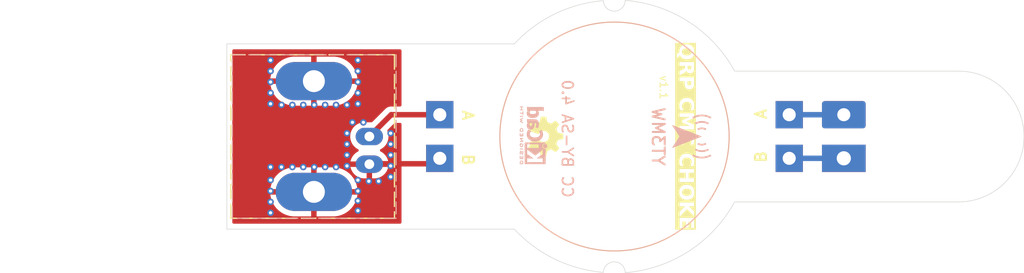
<source format=kicad_pcb>
(kicad_pcb (version 20241229) (generator "pcbnew") (generator_version "9.0")
  (layers (0 "F.Cu" signal) (2 "B.Cu" signal) (13 "F.Paste" user) (15 "B.Paste" user) (5 "F.SilkS" user "F.Silkscreen") (7 "B.SilkS" user "B.Silkscreen") (1 "F.Mask" user) (3 "B.Mask" user) (25 "Edge.Cuts" user))
  (net 0 "")
  (net 1 "GND")
  (net 2 "Net-(C1-In)")
  (net 3 "Net-(COAX1-Pin_1)")
  (net 4 "Net-(F2-Pin_1)")
  (footprint "" (layer "F.Cu") (at 172.5 88)
    (property "Reference" "" (at -1.5 1 0) (layer "F.SilkS") (effects (font (size 1.27 1.27))))
    (property "Value" "")
    (pad "" np_thru_hole circle (at 0 0) (size 2.5 2.5) (drill 2.5) (layers "*.Cu" "*.Mask"))
  )
  (footprint "TestPoint:TestPoint_THTPad_2.5x2.5mm_Drill1.2mm" (layer "F.Cu") (at 163 93)
    (property "Reference" "J4" (hide yes))
    (property "Value" "Conn_01x01_Pin" (hide yes))
    (pad "1" thru_hole rect (at 0 0) (size 2.5 2.5) (drill 1.2) (layers "*.Cu" "*.Mask") (net 3 "Net-(COAX1-Pin_1)"))
  )
  (footprint "" (layer "F.Cu") (at 180.5 94)
    (property "Reference" "" (at 0 0 0) (layer "F.SilkS") (effects (font (size 1.27 1.27))))
    (property "Value" "")
    (pad "" np_thru_hole circle (at 0 0) (size 2.5 2.5) (drill 2.5) (layers "*.Cu" "*.Mask"))
  )
  (footprint "" (layer "F.Cu") (at 176.5 94)
    (property "Reference" "" (at 0 0 0) (layer "F.SilkS") (effects (font (size 1.27 1.27))))
    (property "Value" "")
    (pad "" np_thru_hole circle (at 0 0) (size 2.5 2.5) (drill 2.5) (layers "*.Cu" "*.Mask"))
  )
  (footprint "Connector_Coaxial:BNC_Amphenol_B6252HB-NPP3G-50_Horizontal" (layer "F.Cu") (at 124.55 91 90)
    (property "Reference" "C1" (hide yes))
    (property "Value" "BNC_CONN" (hide yes))
    (pad "1" thru_hole oval (at 0 0 90) (size 1.6 2.5) (drill 0.89) (layers "*.Cu" "*.Mask") (net 2 "Net-(C1-In)"))
    (pad "2" thru_hole oval (at -5.08 -5.08 90) (size 3.5 7) (drill 2.01) (layers "*.Cu" "*.Mask") (net 1 "GND"))
    (pad "2" thru_hole oval (at -2.54 0 90) (size 1.6 2.5) (drill 0.89) (layers "*.Cu" "*.Mask") (net 1 "GND"))
    (pad "2" thru_hole oval (at 5.08 -5.08 90) (size 3.5 7) (drill 2.01) (layers "*.Cu" "*.Mask") (net 1 "GND"))
  )
  (footprint "" (layer "F.Cu") (at 172.5 94)
    (property "Reference" "" (at 0 0 0) (layer "F.SilkS") (effects (font (size 1.27 1.27))))
    (property "Value" "")
    (pad "" np_thru_hole circle (at 0 0) (size 2.5 2.5) (drill 2.5) (layers "*.Cu" "*.Mask"))
  )
  (footprint "TestPoint:TestPoint_THTPad_2.5x2.5mm_Drill1.2mm" (layer "F.Cu") (at 131 89)
    (property "Reference" "J1" (hide yes))
    (property "Value" "Conn_01x01_Pin" (hide yes))
    (pad "1" thru_hole rect (at 0 0) (size 2.5 2.5) (drill 1.2) (layers "*.Cu" "*.Mask") (net 2 "Net-(C1-In)"))
  )
  (footprint "TestPoint:TestPoint_THTPad_2.5x2.5mm_Drill1.2mm" (layer "F.Cu") (at 168 93)
    (property "Reference" "COAX1" (hide yes))
    (property "Value" "Conn_01x01_Pin" (hide yes))
    (pad "1" thru_hole rect (at 0 0) (size 4 2.5) (drill 1.3) (layers "*.Cu" "*.Mask") (net 3 "Net-(COAX1-Pin_1)"))
  )
  (footprint "TestPoint:TestPoint_THTPad_2.5x2.5mm_Drill1.2mm" (layer "F.Cu") (at 163 89)
    (property "Reference" "F2" (hide yes))
    (property "Value" "Conn_01x01_Pin" (hide yes))
    (pad "1" thru_hole rect (at 0 0) (size 2.5 2.5) (drill 1.2) (layers "*.Cu" "*.Mask") (net 4 "Net-(F2-Pin_1)"))
  )
  (footprint "MountingHole:MountingHole_3.2mm_M3" (layer "F.Cu") (at 147 91)
    (property "Reference" "REF**" (hide yes))
    (property "Value" "MountingHole_3.2mm_M3" (hide yes))
    (pad "" np_thru_hole circle (at 0 0) (size 3.2 3.2) (drill 3.2) (layers "*.Cu" "*.Mask"))
  )
  (footprint "TestPoint:TestPoint_THTPad_2.5x2.5mm_Drill1.2mm" (layer "F.Cu") (at 168 89)
    (property "Reference" "J6" (hide yes))
    (property "Value" "Conn_01x01_Pin" (hide yes))
    (pad "1" thru_hole roundrect (at 0 0) (size 4 2.5) (drill 1.2) (layers "*.Cu" "*.Mask") (roundrect_rratio 0.1) (net 4 "Net-(F2-Pin_1)"))
  )
  (footprint "" (layer "F.Cu") (at 180.5 88)
    (property "Reference" "" (at 0 0 0) (layer "F.SilkS") (effects (font (size 1.27 1.27))))
    (property "Value" "")
    (pad "" np_thru_hole circle (at 0 0) (size 2.5 2.5) (drill 2.5) (layers "*.Cu" "*.Mask"))
  )
  (footprint "TestPoint:TestPoint_THTPad_2.5x2.5mm_Drill1.2mm" (layer "F.Cu") (at 131 93)
    (property "Reference" "F1" (hide yes))
    (property "Value" "Conn_01x01_Pin" (hide yes))
    (pad "1" thru_hole rect (at 0 0) (size 2.5 2.5) (drill 1.2) (layers "*.Cu" "*.Mask") (net 1 "GND"))
  )
  (footprint "" (layer "F.Cu") (at 176.5 88)
    (property "Reference" "" (at 0 0 0) (layer "F.SilkS") (effects (font (size 1.27 1.27))))
    (property "Value" "")
    (pad "" np_thru_hole circle (at 0 0) (size 2.5 2.5) (drill 2.5) (layers "*.Cu" "*.Mask"))
  )
  (footprint "Symbol:KiCad-Logo2_5mm_SilkScreen" (layer "B.Cu") (at 139.6 90.9 90)
    (property "Reference" "REF**" (hide yes))
    (property "Value" "KiCad-Logo2_5mm_SilkScreen" (hide yes))
  )
  (gr_circle (center 147 91) (end 157.5 91) (stroke (width 0.1)) (fill no) (layer "F.SilkS"))
  (gr_poly (pts (xy 142.313668 91.010552) (xy 142.310645 91.237346) (xy 142.264471 91.248746) (xy 142.251213 91.25175) (xy 142.231148 91.255941) (xy 142.174554 91.26712) (xy 142.102601 91.280754) (xy 142.023201 91.295316) (xy 141.946564 91.309871) (xy 141.882133 91.323491) (xy 141.856609 91.329474) (xy 141.836673 91.334651) (xy 141.823171 91.338833) (xy 141.819096 91.340491) (xy 141.816947 91.341828) (xy 141.81325 91.34761) (xy 141.807266 91.3594) (xy 141.789832 91.397606) (xy 141.767433 91.449651) (xy 141.742856 91.508741) (xy 141.718889 91.568079) (xy 141.698319 91.620871) (xy 141.683932 91.660322) (xy 141.679929 91.672921) (xy 141.678517 91.679636) (xy 141.678651 91.680479) (xy 141.679047 91.681697) (xy 141.680602 91.685216) (xy 141.683129 91.690111) (xy 141.686576 91.696299) (xy 141.696021 91.71222) (xy 141.708517 91.732318) (xy 141.723646 91.755929) (xy 141.740987 91.78239) (xy 141.760122 91.811038) (xy 141.780631 91.84121) (xy 141.915735 92.038453) (xy 141.922362 92.048359) (xy 141.928544 92.057982) (xy 141.934146 92.067085) (xy 141.939034 92.07543) (xy 141.943071 92.082778) (xy 141.946122 92.088892) (xy 141.947235 92.091411) (xy 141.948052 92.093532) (xy 141.948554 92.095226) (xy 141.948725 92.096462) (xy 141.948505 92.097177) (xy 141.947854 92.098318) (xy 141.945298 92.101829) (xy 141.941143 92.106905) (xy 141.935475 92.113454) (xy 141.919944 92.13061) (xy 141.899395 92.152568) (xy 141.874516 92.178602) (xy 141.845995 92.207983) (xy 141.814521 92.239984) (xy 141.780783 92.273878) (xy 141.737659 92.31666) (xy 141.701178 92.352202) (xy 141.670861 92.380924) (xy 141.646231 92.403245) (xy 141.626808 92.419584) (xy 141.618899 92.425642) (xy 141.612114 92.430363) (xy 141.606391 92.433797) (xy 141.601671 92.435999) (xy 141.597894 92.43702) (xy 141.595 92.436912) (xy 141.592247 92.435753) (xy 141.587686 92.433338) (xy 141.57356 92.425012) (xy 141.553455 92.412469) (xy 141.528208 92.396246) (xy 141.498653 92.376878) (xy 141.465626 92.3549) (xy 141.429961 92.330847) (xy 141.392495 92.305256) (xy 141.319601 92.255964) (xy 141.257607 92.215598) (xy 141.23275 92.200064) (xy 141.213081 92.188324) (xy 141.199421 92.180898) (xy 141.195101 92.178966) (xy 141.192591 92.178307) (xy 141.186096 92.179798) (xy 141.173439 92.184022) (xy 141.133178 92.199198) (xy 141.07889 92.220877) (xy 141.01766 92.246104) (xy 140.95657 92.271924) (xy 140.902704 92.295379) (xy 140.863144 92.313515) (xy 140.850943 92.319664) (xy 140.844974 92.323374) (xy 140.843912 92.325332) (xy 140.842445 92.329528) (xy 140.838401 92.344153) (xy 140.833058 92.366296) (xy 140.826631 92.394999) (xy 140.819335 92.429308) (xy 140.811386 92.468266) (xy 140.802998 92.510919) (xy 140.794386 92.556311) (xy 140.763191 92.718884) (xy 140.752676 92.771098) (xy 140.747577 92.793549) (xy 140.747076 92.794393) (xy 140.746243 92.7952) (xy 140.745067 92.795971) (xy 140.743533 92.796707) (xy 140.741629 92.797409) (xy 140.739342 92.798076) (xy 140.733565 92.799313) (xy 140.726099 92.800421) (xy 140.716838 92.801407) (xy 140.705679 92.802274) (xy 140.692517 92.803029) (xy 140.677248 92.803676) (xy 140.659767 92.804221) (xy 140.63997 92.804668) (xy 140.617752 92.805022) (xy 140.565638 92.805473) (xy 140.502588 92.805614) (xy 140.388267 92.805001) (xy 140.34595 92.804181) (xy 140.312527 92.802972) (xy 140.287245 92.80134) (xy 140.269353 92.799249) (xy 140.258099 92.796664) (xy 140.254726 92.795175) (xy 140.252731 92.793549) (xy 140.25159 92.791271) (xy 140.250112 92.786993) (xy 140.246237 92.772879) (xy 140.241295 92.752087) (xy 140.235476 92.7255) (xy 140.22897 92.693998) (xy 140.221966 92.658462) (xy 140.214654 92.619775) (xy 140.207222 92.578816) (xy 140.192419 92.498289) (xy 140.178553 92.428849) (xy 140.167222 92.377911) (xy 140.163005 92.361696) (xy 140.160021 92.352887) (xy 140.159105 92.351173) (xy 140.157993 92.349441) (xy 140.156675 92.347684) (xy 140.155137 92.345897) (xy 140.153368 92.344073) (xy 140.151356 92.342207) (xy 140.14909 92.340293) (xy 140.146557 92.338324) (xy 140.143746 92.336295) (xy 140.140645 92.3342) (xy 140.137242 92.332033) (xy 140.133526 92.329787) (xy 140.125105 92.325037) (xy 140.115287 92.319903) (xy 140.103979 92.314337) (xy 140.091086 92.308291) (xy 140.076513 92.301718) (xy 140.060166 92.294569) (xy 140.04195 92.286797) (xy 140.021771 92.278353) (xy 139.999534 92.269192) (xy 139.975145 92.259264) (xy 139.906694 92.231907) (xy 139.848742 92.209433) (xy 139.807403 92.194166) (xy 139.794873 92.189962) (xy 139.788788 92.188431) (xy 139.7879 92.188571) (xy 139.786547 92.189034) (xy 139.782499 92.190897) (xy 139.776744 92.193956) (xy 139.769383 92.198147) (xy 139.750247 92.20967) (xy 139.725897 92.224952) (xy 139.697136 92.24348) (xy 139.664772 92.264743) (xy 139.629609 92.288227) (xy 139.592452 92.31342) (xy 139.519858 92.362134) (xy 139.487156 92.38344) (xy 139.457946 92.402027) (xy 139.433047 92.417379) (xy 139.41328 92.428981) (xy 139.399467 92.43632) (xy 139.395049 92.43823) (xy 139.392427 92.438881) (xy 139.391364 92.438662) (xy 139.389882 92.43801) (xy 139.385712 92.435453) (xy 139.380009 92.431298) (xy 139.372868 92.425629) (xy 139.364383 92.418533) (xy 139.354647 92.410097) (xy 139.331796 92.389546) (xy 139.305066 92.364665) (xy 139.275206 92.336142) (xy 139.242965 92.304668) (xy 139.209093 92.27093) (xy 139.157237 92.218606) (xy 139.11756 92.178017) (xy 139.088606 92.147385) (xy 139.077694 92.135247) (xy 139.068917 92.124932) (xy 139.062093 92.116218) (xy 139.057039 92.108883) (xy 139.053574 92.102704) (xy 139.051514 92.097459) (xy 139.05068 92.092926) (xy 139.050887 92.088883) (xy 139.051954 92.085108) (xy 139.0537 92.081379) (xy 139.058362 92.07364) (xy 139.06724 92.059849) (xy 139.095568 92.017201) (xy 139.134539 91.959607) (xy 139.180004 91.893241) (xy 139.224558 91.827444) (xy 139.244046 91.797832) (xy 139.261046 91.771402) (xy 139.275089 91.748894) (xy 139.285702 91.731051) (xy 139.292416 91.718614) (xy 139.294163 91.714655) (xy 139.294758 91.712326) (xy 139.294528 91.710429) (xy 139.293853 91.707741) (xy 139.292757 91.704312) (xy 139.291262 91.700193) (xy 139.289392 91.695432) (xy 139.28717 91.690081) (xy 139.28176 91.677803) (xy 139.275217 91.663759) (xy 139.267727 91.648347) (xy 139.259473 91.631966) (xy 139.250641 91.615014) (xy 139.24191 91.598176) (xy 139.233967 91.582124) (xy 139.226975 91.567231) (xy 139.221094 91.553876) (xy 139.216489 91.542433) (xy 139.213319 91.533278) (xy 139.212323 91.529676) (xy 139.211748 91.526788) (xy 139.211612 91.524659) (xy 139.211936 91.523338) (xy 139.212379 91.522824) (xy 139.213134 91.522186) (xy 139.215549 91.520552) (xy 139.219117 91.518466) (xy 139.223772 91.51596) (xy 139.236077 91.509807) (xy 139.251941 91.502335) (xy 139.270838 91.493787) (xy 139.292244 91.484406) (xy 139.315632 91.474435) (xy 139.340478 91.464116) (xy 139.727979 91.303782) (xy 139.831587 91.261126) (xy 139.918279 91.226193) (xy 139.978976 91.20259) (xy 139.996739 91.196163) (xy 140.004597 91.193921) (xy 140.005274 91.194) (xy 140.006055 91.194235) (xy 140.006937 91.194621) (xy 140.007915 91.195155) (xy 140.008987 91.195833) (xy 140.010149 91.196652) (xy 140.012726 91.198693) (xy 140.015619 91.201248) (xy 140.018799 91.204286) (xy 140.022237 91.207775) (xy 140.025904 91.211685) (xy 140.029771 91.215985) (xy 140.033809 91.220644) (xy 140.03799 91.22563) (xy 140.042285 91.230913) (xy 140.046664 91.236462) (xy 140.0511 91.242245) (xy 140.055563 91.248232) (xy 140.060024 91.254391) (xy 140.075545 91.275637) (xy 140.09084 91.295511) (xy 140.105996 91.314085) (xy 140.121103 91.331431) (xy 140.13625 91.347617) (xy 140.151528 91.362717) (xy 140.167024 91.376799) (xy 140.182828 91.389936) (xy 140.19903 91.402198) (xy 140.215719 91.413656) (xy 140.232984 91.424381) (xy 140.250915 91.434444) (xy 140.2696 91.443915) (xy 140.28913 91.452866) (xy 140.309593 91.461367) (xy 140.331078 91.46949) (xy 140.355336 91.47762) (xy 140.379548 91.484463) (xy 140.403724 91.490021) (xy 140.427874 91.494291) (xy 140.452006 91.497273) (xy 140.476131 91.498967) (xy 140.500257 91.499371) (xy 140.524394 91.498487) (xy 140.548551 91.496311) (xy 140.572738 91.492845) (xy 140.596964 91.488088) (xy 140.621238 91.482038) (xy 140.645569 91.474696) (xy 140.669968 91.46606) (xy 140.694442 91.45613) (xy 140.719003 91.444906) (xy 140.734841 91.436897) (xy 140.750331 91.428327) (xy 140.765464 91.419213) (xy 140.780228 91.409571) (xy 140.794615 91.399417) (xy 140.808613 91.388768) (xy 140.822213 91.377639) (xy 140.835405 91.366047) (xy 140.848177 91.354009) (xy 140.860521 91.34154) (xy 140.872425 91.328657) (xy 140.88388 91.315376) (xy 140.894876 91.301714) (xy 140.905402 91.287686) (xy 140.915448 91.273309) (xy 140.925003 91.258599) (xy 140.934059 91.243572) (xy 140.942604 91.228245) (xy 140.950629 91.212635) (xy 140.958123 91.196756) (xy 140.965075 91.180626) (xy 140.971477 91.164261) (xy 140.977317 91.147676) (xy 140.982586 91.130889) (xy 140.987273 91.113916) (xy 140.991368 91.096772) (xy 140.994861 91.079474) (xy 140.997742 91.062039) (xy 141 91.044483) (xy 141.001626 91.026821) (xy 141.002608 91.00907) (xy 141.002938 90.991247) (xy 141.002503 90.97105) (xy 141.001209 90.950949) (xy 140.996111 90.91113) (xy 140.987782 90.871978) (xy 140.976361 90.833679) (xy 140.961982 90.79642) (xy 140.944785 90.760387) (xy 140.924907 90.725767) (xy 140.902484 90.692747) (xy 140.877653 90.661513) (xy 140.850553 90.632251) (xy 140.821321 90.605149) (xy 140.790093 90.580394) (xy 140.757007 90.55817) (xy 140.7222 90.538666) (xy 140.704194 90.529992) (xy 140.68581 90.522068) (xy 140.667064 90.514917) (xy 140.647973 90.508563) (xy 140.631572 90.503975) (xy 140.614146 90.5) (xy 140.595843 90.496636) (xy 140.576809 90.493884) (xy 140.55719 90.491743) (xy 140.537132 90.490214) (xy 140.516781 90.489297) (xy 140.496284 90.488991) (xy 140.475787 90.489297) (xy 140.455436 90.490214) (xy 140.435378 90.491743) (xy 140.415759 90.493884) (xy 140.396725 90.496636) (xy 140.378422 90.5) (xy 140.360996 90.503975) (xy 140.344595 90.508563) (xy 140.323915 90.51554) (xy 140.303408 90.523635) (xy 140.2831 90.532829) (xy 140.263016 90.543098) (xy 140.243183 90.554424) (xy 140.223627 90.566785) (xy 140.204374 90.580159) (xy 140.185451 90.594528) (xy 140.166884 90.609868) (xy 140.148699 90.626161) (xy 140.130922 90.643385) (xy 140.113579 90.661518) (xy 140.096697 90.680541) (xy 140.080302 90.700433) (xy 140.06442 90.721172) (xy 140.049078 90.742738) (xy 140.045819 90.747409) (xy 140.04252 90.751949) (xy 140.039205 90.756333) (xy 140.035896 90.76054) (xy 140.032617 90.764545) (xy 140.029389 90.768325) (xy 140.026237 90.771857) (xy 140.023182 90.775116) (xy 140.020249 90.77808) (xy 140.017459 90.780724) (xy 140.014836 90.783027) (xy 140.012402 90.784963) (xy 140.010181 90.78651) (xy 140.008195 90.787644) (xy 140.006467 90.788342) (xy 140.005707 90.788519) (xy 140.005021 90.788579) (xy 140.003012 90.788283) (xy 139.999646 90.787415) (xy 139.989152 90.784078) (xy 139.97416 90.778801) (xy 139.95529 90.771819) (xy 139.933165 90.763365) (xy 139.908406 90.753673) (xy 139.881633 90.742977) (xy 139.853468 90.731511) (xy 139.362802 90.52837) (xy 139.253401 90.481242) (xy 139.226451 90.468658) (xy 139.215625 90.462392) (xy 139.215024 90.461668) (xy 139.214524 90.460817) (xy 139.214127 90.459837) (xy 139.213832 90.458727) (xy 139.213641 90.457485) (xy 139.213555 90.456109) (xy 139.213574 90.454598) (xy 139.213698 90.45295) (xy 139.213929 90.451165) (xy 139.214266 90.449239) (xy 139.214712 90.447173) (xy 139.215265 90.444963) (xy 139.216701 90.44011) (xy 139.218577 90.434668) (xy 139.220901 90.428623) (xy 139.223676 90.421965) (xy 139.22691 90.414679) (xy 139.230606 90.406755) (xy 139.23477 90.39818) (xy 139.239408 90.388941) (xy 139.244526 90.379027) (xy 139.250127 90.368424) (xy 139.259077 90.351288) (xy 139.267434 90.334742) (xy 139.275012 90.319189) (xy 139.281628 90.305029) (xy 139.287095 90.292666) (xy 139.291229 90.282502) (xy 139.293845 90.274938) (xy 139.294526 90.272257) (xy 139.294758 90.270377) (xy 139.294609 90.269433) (xy 139.294165 90.268073) (xy 139.292426 90.264146) (xy 139.289597 90.25869) (xy 139.285739 90.251797) (xy 139.275169 90.234066) (xy 139.261183 90.211692) (xy 139.24425 90.185413) (xy 139.224839 90.155965) (xy 139.203419 90.124086) (xy 139.180459 90.090515) (xy 139.135134 90.024395) (xy 139.096215 89.966845) (xy 139.067842 89.924046) (xy 139.058904 89.910109) (xy 139.054154 89.902177) (xy 139.053137 89.900189) (xy 139.052258 89.898241) (xy 139.051541 89.896305) (xy 139.051009 89.89435) (xy 139.050686 89.892346) (xy 139.050611 89.891317) (xy 139.050597 89.890265) (xy 139.050648 89.889185) (xy 139.050766 89.888076) (xy 139.050955 89.886931) (xy 139.051217 89.885749) (xy 139.051556 89.884525) (xy 139.051974 89.883256) (xy 139.05306 89.880566) (xy 139.0545 89.877649) (xy 139.056318 89.874477) (xy 139.058539 89.871019) (xy 139.061185 89.867245) (xy 139.064281 89.863126) (xy 139.067852 89.858633) (xy 139.071921 89.853736) (xy 139.076512 89.848404) (xy 139.081649 89.842609) (xy 139.087357 89.83632) (xy 139.093659 89.829508) (xy 139.10058 89.822143) (xy 139.116373 89.805637) (xy 139.134928 89.786565) (xy 139.156438 89.764688) (xy 139.181096 89.739769) (xy 139.209094 89.711571) (xy 139.208881 89.711587) (xy 139.242737 89.677849) (xy 139.274933 89.646375) (xy 139.304721 89.617854) (xy 139.331353 89.592973) (xy 139.354081 89.572422) (xy 139.372158 89.55689) (xy 139.384836 89.547066) (xy 139.388917 89.544509) (xy 139.391368 89.543638) (xy 139.392396 89.543802) (xy 139.393884 89.544289) (xy 139.398188 89.546199) (xy 139.404178 89.549303) (xy 139.411754 89.553538) (xy 139.431252 89.565141) (xy 139.45587 89.580492) (xy 139.484792 89.599079) (xy 139.517204 89.620385) (xy 139.552294 89.643897) (xy 139.589246 89.669099) (xy 139.661221 89.717797) (xy 139.722384 89.757646) (xy 139.74689 89.772968) (xy 139.766266 89.784536) (xy 139.779706 89.791837) (xy 139.783946 89.793727) (xy 139.786398 89.794357) (xy 139.788811 89.793973) (xy 139.792923 89.792888) (xy 139.80586 89.788754) (xy 139.824436 89.782245) (xy 139.84788 89.773648) (xy 139.875421 89.763251) (xy 139.906286 89.751343) (xy 139.939704 89.73821) (xy 139.974903 89.724141) (xy 140.022389 89.704804) (xy 140.061173 89.68852) (xy 140.092124 89.67485) (xy 140.116111 89.663351) (xy 140.134001 89.653583) (xy 140.140931 89.64921) (xy 140.146663 89.645104) (xy 140.151305 89.64121) (xy 140.154966 89.637473) (xy 140.157754 89.633838) (xy 140.159778 89.630249) (xy 140.161089 89.626767) (xy 140.162735 89.621319) (xy 140.166937 89.60499) (xy 140.17218 89.582192) (xy 140.178265 89.553854) (xy 140.184989 89.520907) (xy 140.192151 89.484279) (xy 140.199548 89.4449) (xy 140.20698 89.403699) (xy 140.221779 89.324056) (xy 140.235268 89.257022) (xy 140.241066 89.230436) (xy 140.24599 89.209645) (xy 140.249858 89.195529) (xy 140.25134 89.19125) (xy 140.252489 89.18897) (xy 140.253299 89.188137) (xy 140.254434 89.18734) (xy 140.255905 89.186577) (xy 140.257723 89.185848) (xy 140.262444 89.184491) (xy 140.268687 89.183264) (xy 140.276541 89.182162) (xy 140.286096 89.181182) (xy 140.29744 89.180318) (xy 140.310663 89.179566) (xy 140.325855 89.178921) (xy 140.343104 89.17838) (xy 140.3625 89.177938) (xy 140.384133 89.177591) (xy 140.434466 89.177161) (xy 140.494817 89.177056) (xy 140.586086 89.177671) (xy 140.662472 89.179237) (xy 140.715975 89.181519) (xy 140.731646 89.182856) (xy 140.736274 89.18356) (xy 140.738596 89.184283) (xy 140.739212 89.18493) (xy 140.739924 89.186132) (xy 140.741623 89.190139) (xy 140.743667 89.19619) (xy 140.74603 89.20417) (xy 140.751609 89.225456) (xy 140.758153 89.253077) (xy 140.765453 89.286113) (xy 140.773303 89.323644) (xy 140.781494 89.364752) (xy 140.789819 89.408516) (xy 140.806062 89.494399) (xy 140.820606 89.567719) (xy 140.831844 89.620699) (xy 140.835722 89.63713) (xy 140.83817 89.645559) (xy 140.838838 89.64692) (xy 140.839768 89.648351) (xy 140.840963 89.649856) (xy 140.842428 89.651434) (xy 140.844167 89.65309) (xy 140.846184 89.654825) (xy 140.85107 89.658541) (xy 140.85712 89.662599) (xy 140.864367 89.667017) (xy 140.872844 89.671812) (xy 140.882586 89.677003) (xy 140.893626 89.682605) (xy 140.905998 89.688637) (xy 140.919735 89.695117) (xy 140.93487 89.702061) (xy 140.951438 89.709487) (xy 140.969473 89.717412) (xy 140.989007 89.725854) (xy 141.010074 89.734831) (xy 141.075172 89.761766) (xy 141.131306 89.783823) (xy 141.154139 89.792311) (xy 141.172484 89.798726) (xy 141.185591 89.802784) (xy 141.189947 89.80384) (xy 141.192712 89.8042) (xy 141.193909 89.804034) (xy 141.195566 89.803542) (xy 141.200202 89.801613) (xy 141.206518 89.798476) (xy 141.214409 89.794198) (xy 141.234503 89.782475) (xy 141.259655 89.766965) (xy 141.289035 89.748187) (xy 141.321814 89.726661) (xy 141.357162 89.702907) (xy 141.394249 89.677445) (xy 141.466591 89.62784) (xy 141.52851 89.586481) (xy 141.573425 89.55769) (xy 141.587451 89.549356) (xy 141.594758 89.545785) (xy 141.596106 89.545576) (xy 141.597662 89.545638) (xy 141.599433 89.545979) (xy 141.601428 89.546605) (xy 141.603655 89.547524) (xy 141.606121 89.548743) (xy 141.608834 89.550269) (xy 141.611803 89.552109) (xy 141.61854 89.556757) (xy 141.626395 89.562745) (xy 141.635433 89.570128) (xy 141.645716 89.578962) (xy 141.657311 89.589305) (xy 141.670279 89.601211) (xy 141.684686 89.614737) (xy 141.700596 89.629939) (xy 141.718072 89.646874) (xy 141.737179 89.665597) (xy 141.780541 89.708632) (xy 141.845758 89.774576) (xy 141.899168 89.830125) (xy 141.919723 89.852176) (xy 141.935258 89.869437) (xy 141.945085 89.881179) (xy 141.947642 89.884752) (xy 141.948513 89.886671) (xy 141.94783 89.888717) (xy 141.945827 89.892666) (xy 141.938127 89.905853) (xy 141.925955 89.925402) (xy 141.90985 89.950479) (xy 141.890354 89.980254) (xy 141.868006 90.013894) (xy 141.843347 90.050567) (xy 141.816917 90.089442) (xy 141.765473 90.165472) (xy 141.722661 90.230198) (xy 141.692952 90.276768) (xy 141.684407 90.291102) (xy 141.680815 90.298327) (xy 141.68133 90.304779) (xy 141.684467 90.317148) (xy 141.697268 90.35627) (xy 141.71655 90.408969) (xy 141.73964 90.468522) (xy 141.763868 90.528205) (xy 141.786564 90.581294) (xy 141.805057 90.621066) (xy 141.811892 90.633857) (xy 141.816675 90.640797) (xy 141.820797 90.642938) (xy 141.82956 90.645873) (xy 141.859789 90.653869) (xy 141.904934 90.66428) (xy 141.962563 90.676599) (xy 142.030245 90.690323) (xy 142.10555 90.704943) (xy 142.186049 90.719956) (xy 142.269309 90.734856) (xy 142.274067 90.735757) (xy 142.278482 90.736733) (xy 142.282566 90.73779) (xy 142.28633 90.738935) (xy 142.289786 90.740178) (xy 142.292944 90.741526) (xy 142.295816 90.742986) (xy 142.298413 90.744566) (xy 142.300747 90.746274) (xy 142.302828 90.748118) (xy 142.304668 90.750105) (xy 142.306278 90.752243) (xy 142.307669 90.75454) (xy 142.308854 90.757004) (xy 142.309842 90.759643) (xy 142.310645 90.762463) (xy 142.311187 90.765807) (xy 142.31168 90.771367) (xy 142.31252 90.788623) (xy 142.313169 90.813212) (xy 142.313631 90.844119) (xy 142.314004 90.920809)) (fill yes) (layer "F.SilkS"))
  (gr_rect (start 112 83.5) (end 127 98.5) (stroke (width 0.1) (type dash)) (fill no) (layer "B.SilkS"))
  (gr_circle (center 147 91) (end 157.5 91) (stroke (width 0.1)) (fill no) (layer "B.SilkS"))
  (gr_poly (pts (xy 155.391349 91.730387) (xy 155.367815 91.742573) (xy 155.34385 91.754038) (xy 155.319469 91.764765) (xy 155.294687 91.774736) (xy 155.26952 91.783932) (xy 155.243983 91.792337) (xy 155.21809 91.799933) (xy 155.191858 91.806701) (xy 155.165301 91.812625) (xy 155.138435 91.817686) (xy 155.111275 91.821866) (xy 155.083837 91.825149) (xy 155.056134 91.827515) (xy 155.028184 91.828948) (xy 155 91.82943) (xy 154.971762 91.828948) (xy 154.943768 91.827515) (xy 154.916033 91.825148) (xy 154.888569 91.821865) (xy 154.861393 91.817684) (xy 154.834518 91.812623) (xy 154.807957 91.806699) (xy 154.781727 91.79993) (xy 154.755839 91.792334) (xy 154.730309 91.783929) (xy 154.705152 91.774732) (xy 154.68038 91.764762) (xy 154.656009 91.754035) (xy 154.632052 91.742571) (xy 154.608524 91.730386) (xy 154.585439 91.717498) (xy 154.663908 91.581846) (xy 154.682757 91.592354) (xy 154.701935 91.602278) (xy 154.721434 91.611606) (xy 154.741245 91.620324) (xy 154.761358 91.628419) (xy 154.781765 91.635878) (xy 154.802457 91.642689) (xy 154.823424 91.648838) (xy 154.844658 91.654312) (xy 154.866149 91.659099) (xy 154.887889 91.663184) (xy 154.909868 91.666556) (xy 154.932078 91.669202) (xy 154.954509 91.671108) (xy 154.977153 91.67226) (xy 155 91.672648) (xy 155.022813 91.67226) (xy 155.045426 91.671108) (xy 155.067828 91.669202) (xy 155.090011 91.666556) (xy 155.111965 91.663184) (xy 155.133682 91.659099) (xy 155.15515 91.654312) (xy 155.176362 91.648838) (xy 155.197308 91.642689) (xy 155.217979 91.635878) (xy 155.238365 91.628419) (xy 155.258457 91.620324) (xy 155.278246 91.611606) (xy 155.297722 91.602278) (xy 155.316876 91.592354) (xy 155.335699 91.581846) (xy 155.414436 91.717498)) (fill yes) (layer "B.SilkS"))
  (gr_poly (pts (xy 155.609578 92.266633) (xy 155.57288 92.285606) (xy 155.535518 92.303439) (xy 155.497513 92.320107) (xy 155.458891 92.335585) (xy 155.419675 92.349847) (xy 155.379888 92.36287) (xy 155.339553 92.374628) (xy 155.298695 92.385095) (xy 155.257336 92.394248) (xy 155.2155 92.402062) (xy 155.173211 92.40851) (xy 155.130492 92.413569) (xy 155.087367 92.417213) (xy 155.04386 92.419418) (xy 154.999992 92.420159) (xy 154.95609 92.419418) (xy 154.91255 92.417214) (xy 154.869395 92.41357) (xy 154.826651 92.408511) (xy 154.78434 92.402063) (xy 154.742485 92.39425) (xy 154.701112 92.385098) (xy 154.660242 92.374631) (xy 154.6199 92.362873) (xy 154.58011 92.349851) (xy 154.540894 92.335588) (xy 154.502278 92.32011) (xy 154.464284 92.303442) (xy 154.426935 92.285608) (xy 154.390257 92.266634) (xy 154.354271 92.246544) (xy 154.433008 92.110899) (xy 154.464629 92.12856) (xy 154.496848 92.145238) (xy 154.529646 92.16091) (xy 154.563004 92.175555) (xy 154.596902 92.189152) (xy 154.631321 92.201679) (xy 154.666243 92.213115) (xy 154.701649 92.223438) (xy 154.737518 92.232627) (xy 154.773832 92.240661) (xy 154.810573 92.247517) (xy 154.84772 92.253175) (xy 154.885254 92.257613) (xy 154.923157 92.260809) (xy 154.96141 92.262743) (xy 154.999992 92.263392) (xy 155.038527 92.262743) (xy 155.076735 92.26081) (xy 155.114597 92.257613) (xy 155.152096 92.253176) (xy 155.189213 92.247519) (xy 155.225928 92.240664) (xy 155.262224 92.232633) (xy 155.298082 92.223447) (xy 155.333482 92.213127) (xy 155.368407 92.201696) (xy 155.402837 92.189175) (xy 155.436755 92.175585) (xy 155.47014 92.160948) (xy 155.502976 92.145285) (xy 155.535243 92.128619) (xy 155.566922 92.11097) (xy 155.645588 92.246544)) (fill yes) (layer "B.SilkS"))
  (gr_poly (pts (xy 155.567063 89.889203) (xy 155.535394 89.871531) (xy 155.503132 89.854842) (xy 155.470296 89.83916) (xy 155.436905 89.824505) (xy 155.402979 89.810899) (xy 155.368537 89.798364) (xy 155.333598 89.78692) (xy 155.298183 89.77659) (xy 155.262309 89.767394) (xy 155.225997 89.759356) (xy 155.189266 89.752494) (xy 155.152135 89.746832) (xy 155.114623 89.742391) (xy 155.076751 89.739193) (xy 155.038537 89.737258) (xy 155 89.736608) (xy 154.961417 89.737258) (xy 154.923165 89.739196) (xy 154.885262 89.742398) (xy 154.847727 89.746842) (xy 154.81058 89.752509) (xy 154.77384 89.759374) (xy 154.737526 89.767417) (xy 154.701656 89.776616) (xy 154.666251 89.786949) (xy 154.631329 89.798395) (xy 154.59691 89.81093) (xy 154.563011 89.824535) (xy 154.529654 89.839186) (xy 154.496856 89.854863) (xy 154.464637 89.871542) (xy 154.433016 89.889203) (xy 154.354279 89.753519) (xy 154.390265 89.733428) (xy 154.426943 89.714452) (xy 154.464292 89.696615) (xy 154.502286 89.679942) (xy 154.540902 89.664459) (xy 154.580118 89.65019) (xy 154.619908 89.637161) (xy 154.66025 89.625397) (xy 154.701119 89.614923) (xy 154.742493 89.605764) (xy 154.784348 89.597946) (xy 154.826659 89.591492) (xy 154.869403 89.586429) (xy 154.912557 89.582782) (xy 154.956098 89.580575) (xy 155 89.579834) (xy 155.043867 89.580576) (xy 155.087375 89.582785) (xy 155.130499 89.586435) (xy 155.173217 89.591502) (xy 155.215504 89.59796) (xy 155.257337 89.605783) (xy 155.298691 89.614946) (xy 155.339544 89.625424) (xy 155.379872 89.637191) (xy 155.41965 89.650221) (xy 155.458856 89.66449) (xy 155.497465 89.679972) (xy 155.535454 89.696641) (xy 155.572799 89.714472) (xy 155.609476 89.73344) (xy 155.645462 89.753519)) (fill yes) (layer "B.SilkS"))
  (gr_poly (pts (xy 155.566922 91.982418) (xy 155.566922 91.982316) (xy 155.567055 91.982316)) (fill yes) (layer "B.SilkS"))
  (gr_poly (pts (xy 152.251804 92.066952) (xy 152.949139 91) (xy 152.251804 89.93308) (xy 155 91)) (fill yes) (layer "B.SilkS"))
  (gr_poly (pts (xy 155.335896 90.418225) (xy 155.317059 90.407718) (xy 155.29789 90.397795) (xy 155.278398 90.388469) (xy 155.258593 90.379753) (xy 155.238485 90.37166) (xy 155.218082 90.364203) (xy 155.197396 90.357395) (xy 155.176434 90.351249) (xy 155.155207 90.345778) (xy 155.133725 90.340994) (xy 155.111997 90.336911) (xy 155.090032 90.333541) (xy 155.06784 90.330898) (xy 155.045431 90.328994) (xy 155.022815 90.327842) (xy 155 90.327455) (xy 154.977151 90.327842) (xy 154.954503 90.328994) (xy 154.932066 90.330898) (xy 154.909848 90.333541) (xy 154.88786 90.336911) (xy 154.866112 90.340994) (xy 154.844612 90.345778) (xy 154.823371 90.351249) (xy 154.802398 90.357395) (xy 154.781703 90.364203) (xy 154.761295 90.37166) (xy 154.741185 90.379753) (xy 154.721382 90.388469) (xy 154.701894 90.397795) (xy 154.682733 90.407718) (xy 154.663908 90.418225) (xy 154.585447 90.282447) (xy 154.608532 90.269582) (xy 154.63206 90.257418) (xy 154.656017 90.245972) (xy 154.680388 90.235262) (xy 154.70516 90.225307) (xy 154.730317 90.216124) (xy 154.755847 90.207731) (xy 154.781734 90.200145) (xy 154.807965 90.193385) (xy 154.834526 90.187469) (xy 154.861401 90.182413) (xy 154.888577 90.178237) (xy 154.91604 90.174958) (xy 154.943776 90.172594) (xy 154.97177 90.171162) (xy 155.000008 90.170681) (xy 155.028189 90.171162) (xy 155.056134 90.172594) (xy 155.083828 90.174958) (xy 155.111258 90.178237) (xy 155.138407 90.182413) (xy 155.165261 90.187469) (xy 155.191805 90.193385) (xy 155.218024 90.200145) (xy 155.243904 90.207731) (xy 155.269429 90.216124) (xy 155.294585 90.225307) (xy 155.319356 90.235263) (xy 155.343729 90.245972) (xy 155.367687 90.257418) (xy 155.391217 90.269582) (xy 155.414302 90.282447)) (fill yes) (layer "B.SilkS"))
  (gr_poly (pts (xy 155.827605 92.802491) (xy 155.777788 92.828239) (xy 155.727069 92.85244) (xy 155.67548 92.875059) (xy 155.623051 92.896063) (xy 155.569816 92.915419) (xy 155.515804 92.933091) (xy 155.461048 92.949046) (xy 155.40558 92.963252) (xy 155.349431 92.975672) (xy 155.292632 92.986275) (xy 155.235215 92.995026) (xy 155.177212 93.001891) (xy 155.118654 93.006837) (xy 155.059573 93.009829) (xy 155 93.010833) (xy 154.940423 93.009829) (xy 154.881332 93.006837) (xy 154.822761 93.001891) (xy 154.764741 92.995026) (xy 154.707305 92.986275) (xy 154.650486 92.975672) (xy 154.594317 92.963252) (xy 154.538829 92.949046) (xy 154.484056 92.933091) (xy 154.430029 92.915419) (xy 154.376782 92.896063) (xy 154.324347 92.875059) (xy 154.272757 92.85244) (xy 154.222044 92.828239) (xy 154.17224 92.802491) (xy 154.123379 92.775228) (xy 154.201786 92.639552) (xy 154.246328 92.664391) (xy 154.29171 92.687847) (xy 154.337905 92.709891) (xy 154.384886 92.730491) (xy 154.432626 92.749617) (xy 154.481096 92.767239) (xy 154.53027 92.783327) (xy 154.580121 92.79785) (xy 154.630621 92.810778) (xy 154.681742 92.822081) (xy 154.733458 92.831728) (xy 154.785742 92.839689) (xy 154.838565 92.845934) (xy 154.8919 92.850432) (xy 154.945721 92.853153) (xy 155 92.854067) (xy 155.054275 92.853153) (xy 155.108086 92.850432) (xy 155.161405 92.845934) (xy 155.214206 92.839689) (xy 155.266463 92.831728) (xy 155.31815 92.822081) (xy 155.36924 92.810778) (xy 155.419707 92.79785) (xy 155.469523 92.783327) (xy 155.518663 92.767239) (xy 155.567101 92.749617) (xy 155.614809 92.730491) (xy 155.661762 92.709891) (xy 155.707933 92.687847) (xy 155.753295 92.664391) (xy 155.797822 92.639552) (xy 155.876488 92.775228)) (fill yes) (layer "B.SilkS"))
  (gr_poly (pts (xy 155.876354 89.224843) (xy 155.797955 89.36048) (xy 155.753403 89.335635) (xy 155.70802 89.312174) (xy 155.661831 89.290127) (xy 155.614862 89.269524) (xy 155.567141 89.250396) (xy 155.518692 89.232772) (xy 155.469544 89.216682) (xy 155.41972 89.202158) (xy 155.369249 89.18923) (xy 155.318155 89.177926) (xy 155.266466 89.168279) (xy 155.214207 89.160318) (xy 155.161405 89.154074) (xy 155.108086 89.149576) (xy 155.054275 89.146855) (xy 155 89.145941) (xy 154.945721 89.146855) (xy 154.8919 89.149576) (xy 154.838565 89.154074) (xy 154.785742 89.160318) (xy 154.733459 89.168279) (xy 154.681743 89.177926) (xy 154.630621 89.18923) (xy 154.580122 89.202158) (xy 154.530272 89.216682) (xy 154.481098 89.232772) (xy 154.432628 89.250396) (xy 154.384889 89.269524) (xy 154.337909 89.290127) (xy 154.291715 89.312174) (xy 154.246334 89.335635) (xy 154.201793 89.36048) (xy 154.123387 89.224843) (xy 154.172247 89.197563) (xy 154.222049 89.1718) (xy 154.272761 89.147587) (xy 154.32435 89.124958) (xy 154.376785 89.103946) (xy 154.430031 89.084585) (xy 154.484057 89.066909) (xy 154.53883 89.050951) (xy 154.594317 89.036745) (xy 154.650487 89.024323) (xy 154.707306 89.013721) (xy 154.764741 89.004971) (xy 154.822761 88.998107) (xy 154.881332 88.993163) (xy 154.940423 88.990172) (xy 155 88.989167) (xy 155.059573 88.990172) (xy 155.118654 88.993163) (xy 155.177212 88.998107) (xy 155.235215 89.004971) (xy 155.292632 89.013721) (xy 155.349431 89.024323) (xy 155.40558 89.036745) (xy 155.461048 89.050951) (xy 155.515804 89.066909) (xy 155.569816 89.084585) (xy 155.623051 89.103946) (xy 155.67548 89.124958) (xy 155.727069 89.147587) (xy 155.777788 89.1718) (xy 155.827605 89.197563) (xy 155.876488 89.224843)) (fill yes) (layer "B.SilkS"))
  (gr_line (start 111.5 82.5) (end 137.829187 82.500166) (stroke (width 0.05)) (layer "Edge.Cuts"))
  (gr_line (start 111.5 99.5) (end 137.829187 99.5) (stroke (width 0.05)) (layer "Edge.Cuts"))
  (gr_arc (start 178.501185 85) (mid 184.5 91.001188) (end 178.498808 97) (stroke (width 0.05)) (layer "Edge.Cuts"))
  (gr_arc (start 137.829187 82.500165) (mid 141.533866 79.754045) (end 145.982 78.537521) (stroke (width 0.05)) (layer "Edge.Cuts"))
  (gr_arc (start 147.981321 78.500165) (mid 147 79.5) (end 145.982 78.537536) (stroke (width 0.05)) (layer "Edge.Cuts"))
  (gr_arc (start 145.982 103.462629) (mid 147 102.500165) (end 147.981321 103.5) (stroke (width 0.05)) (layer "Edge.Cuts"))
  (gr_line (start 178.498808 97) (end 158 97) (stroke (width 0.05)) (layer "Edge.Cuts"))
  (gr_line (start 178.501185 85) (end 158.000001 85.000165) (stroke (width 0.05)) (layer "Edge.Cuts"))
  (gr_line (start 111.5 82.5) (end 111.5 99.5) (stroke (width 0.05)) (layer "Edge.Cuts"))
  (gr_arc (start 147.980634 78.508634) (mid 153.813141 80.48441) (end 158 85.000165) (stroke (width 0.05)) (layer "Edge.Cuts"))
  (gr_arc (start 158 97) (mid 153.813141 101.515755) (end 147.980634 103.491531) (stroke (width 0.05)) (layer "Edge.Cuts"))
  (gr_arc (start 145.982 103.462644) (mid 141.533867 102.24612) (end 137.829187 99.5) (stroke (width 0.05)) (layer "Edge.Cuts"))
  (gr_text "QRP CMC CHOKE" (at 153.5 91 270) (layer "F.SilkS" knockout) (effects (font (size 1.3 1.3) (thickness 0.125))))
  (gr_text "A" (at 133 88.5 270) (layer "F.SilkS") (effects (font (size 1 1) (thickness 0.2) (bold yes)) (justify left bottom)))
  (gr_text "v1.1\n" (at 151.5 86.5 270) (layer "F.SilkS") (effects (font (size 0.7 0.7) (thickness 0.1))))
  (gr_text "B" (at 133 92.5 270) (layer "F.SilkS") (effects (font (size 1 1) (thickness 0.2) (bold yes)) (justify left bottom)))
  (gr_text "" (at 178.5 94 0) (layer "F.SilkS") (effects (font (size 1.27 1.27))))
  (gr_text "B" (at 161 93.5 90) (layer "F.SilkS") (effects (font (size 1 1) (thickness 0.2) (bold yes)) (justify left bottom)))
  (gr_text "A" (at 161 89.5 90) (layer "F.SilkS") (effects (font (size 1 1) (thickness 0.2) (bold yes)) (justify left bottom)))
  (gr_text "YT3MW" (at 151 91 270) (layer "B.SilkS") (effects (font (size 1.1 1.1) (thickness 0.18)) (justify mirror)))
  (gr_text "CC BY-SA 4.0" (at 142.1 96.7 270) (layer "B.SilkS") (effects (font (size 1 1)) (justify left bottom mirror)))
  (segment (start 124.55 93.54) (end 124.59 93.5) (width 0.5) (layer "F.Cu") (net 1))
  (segment (start 130.5 93.5) (end 131 93) (width 0.5) (layer "F.Cu") (net 1))
  (segment (start 124.59 93.5) (end 130.5 93.5) (width 0.5) (layer "F.Cu") (net 1))
  (via (at 121.5 88.1) (size 0.6) (drill 0.3) (layers "F.Cu" "B.Cu") (net 1))
  (via (at 118.5 93.8) (size 0.6) (drill 0.3) (layers "F.Cu" "B.Cu") (net 1))
  (via (at 122.5 93.7) (size 0.6) (drill 0.3) (layers "F.Cu" "B.Cu") (net 1))
  (via (at 115.5 88) (size 0.6) (drill 0.3) (layers "F.Cu" "B.Cu") (net 1))
  (via (at 119.5 93.8) (size 0.6) (drill 0.3) (layers "F.Cu" "B.Cu") (net 1))
  (via (at 123.5 86) (size 0.6) (drill 0.3) (layers "F.Cu" "B.Cu") (net 1))
  (via (at 115.5 96) (size 0.6) (drill 0.3) (layers "F.Cu" "B.Cu") (net 1))
  (via (at 116.5 93.8) (size 0.6) (drill 0.3) (layers "F.Cu" "B.Cu") (net 1))
  (via (at 126.5 91.7) (size 0.6) (drill 0.3) (layers "F.Cu" "B.Cu") (net 1))
  (via (at 126.5 90.7) (size 0.6) (drill 0.3) (layers "F.Cu" "B.Cu") (net 1))
  (via (at 115.5 93.8) (size 0.6) (drill 0.3) (layers "F.Cu" "B.Cu") (net 1))
  (via (at 123.5 96.9) (size 0.6) (drill 0.3) (layers "F.Cu" "B.Cu") (net 1))
  (via (at 118.5 88.1) (size 0.6) (drill 0.3) (layers "F.Cu" "B.Cu") (net 1))
  (via (at 125.4 95.1) (size 0.6) (drill 0.3) (layers "F.Cu" "B.Cu") (net 1))
  (via (at 117.5 93.8) (size 0.6) (drill 0.3) (layers "F.Cu" "B.Cu") (net 1))
  (via (at 123.5 96) (size 0.6) (drill 0.3) (layers "F.Cu" "B.Cu") (net 1))
  (via (at 124.5 95.1) (size 0.6) (drill 0.3) (layers "F.Cu" "B.Cu") (net 1))
  (via (at 122.5 92.7) (size 0.6) (drill 0.3) (layers "F.Cu" "B.Cu") (net 1))
  (via (at 115.5 97) (size 0.6) (drill 0.3) (layers "F.Cu" "B.Cu") (net 1))
  (via (at 115.5 87) (size 0.6) (drill 0.3) (layers "F.Cu" "B.Cu") (net 1))
  (via (at 122.5 90.7) (size 0.6) (drill 0.3) (layers "F.Cu" "B.Cu") (net 1))
  (via (at 126.5 92.7) (size 0.6) (drill 0.3) (layers "F.Cu" "B.Cu") (net 1))
  (via (at 123.5 85) (size 0.6) (drill 0.3) (layers "F.Cu" "B.Cu") (net 1))
  (via (at 115.5 85) (size 0.6) (drill 0.3) (layers "F.Cu" "B.Cu") (net 1))
  (via (at 115.5 98) (size 0.6) (drill 0.3) (layers "F.Cu" "B.Cu") (net 1))
  (via (at 126.5 94.7) (size 0.6) (drill 0.3) (layers "F.Cu" "B.Cu") (net 1))
  (via (at 123.5 95) (size 0.6) (drill 0.3) (layers "F.Cu" "B.Cu") (net 1))
  (via (at 115.5 86) (size 0.6) (drill 0.3) (layers "F.Cu" "B.Cu") (net 1))
  (via (at 116.5 88.1) (size 0.6) (drill 0.3) (layers "F.Cu" "B.Cu") (net 1))
  (via (at 122.5 91.7) (size 0.6) (drill 0.3) (layers "F.Cu" "B.Cu") (net 1))
  (via (at 121.5 93.8) (size 0.6) (drill 0.3) (layers "F.Cu" "B.Cu") (net 1))
  (via (at 123.5 88) (size 0.6) (drill 0.3) (layers "F.Cu" "B.Cu") (net 1))
  (via (at 117.5 88.1) (size 0.6) (drill 0.3) (layers "F.Cu" "B.Cu") (net 1))
  (via (at 115.5 95) (size 0.6) (drill 0.3) (layers "F.Cu" "B.Cu") (net 1))
  (via (at 124 89.7) (size 0.6) (drill 0.3) (layers "F.Cu" "B.Cu") (net 1))
  (via (at 123.5 97.8) (size 0.6) (drill 0.3) (layers "F.Cu" "B.Cu") (net 1))
  (via (at 126.5 93.7) (size 0.6) (drill 0.3) (layers "F.Cu" "B.Cu") (net 1))
  (via (at 123 89.7) (size 0.6) (drill 0.3) (layers "F.Cu" "B.Cu") (net 1))
  (via (at 119.5 88.1) (size 0.6) (drill 0.3) (layers "F.Cu" "B.Cu") (net 1))
  (via (at 122.5 88.1) (size 0.6) (drill 0.3) (layers "F.Cu" "B.Cu") (net 1))
  (via (at 123.5 84) (size 0.6) (drill 0.3) (layers "F.Cu" "B.Cu") (net 1))
  (via (at 120.5 88.1) (size 0.6) (drill 0.3) (layers "F.Cu" "B.Cu") (net 1))
  (via (at 115.5 84) (size 0.6) (drill 0.3) (layers "F.Cu" "B.Cu") (net 1))
  (via (at 123.5 87) (size 0.6) (drill 0.3) (layers "F.Cu" "B.Cu") (net 1))
  (via (at 120.5 93.8) (size 0.6) (drill 0.3) (layers "F.Cu" "B.Cu") (net 1))
  (segment (start 130.5 93.5) (end 131 93) (width 0.5) (layer "B.Cu") (net 1))
  (segment (start 124.55 93.54) (end 124.59 93.5) (width 0.5) (layer "B.Cu") (net 1))
  (segment (start 124.55 91) (end 126.55 89) (width 0.5) (layer "F.Cu") (net 2))
  (segment (start 126.55 89) (end 131 89) (width 0.5) (layer "F.Cu") (net 2))
  (segment (start 124.55 91) (end 124.55 90.45) (width 0.2) (layer "F.Cu") (net 2))
  (segment (start 124.55 91) (end 125 91) (width 0.2) (layer "B.Cu") (net 2))
  (segment (start 163 93) (end 167.5 93) (width 0.5) (layer "B.Cu") (net 3))
  (segment (start 163 89) (end 168 89) (width 0.5) (layer "B.Cu") (net 4))
  (zone (net 1) (net_name "GND") (layer "F.Cu") (connect_pads (clearance 0.5)) (min_thickness 0.25) (fill yes (thermal_gap 0.5) (thermal_bridge_width 0.5))
    (polygon (pts (xy 111.493939 82.5) (xy 127.493939 82.5) (xy 127.493939 99.5) (xy 111.493939 99.5)))
  )
)
</source>
